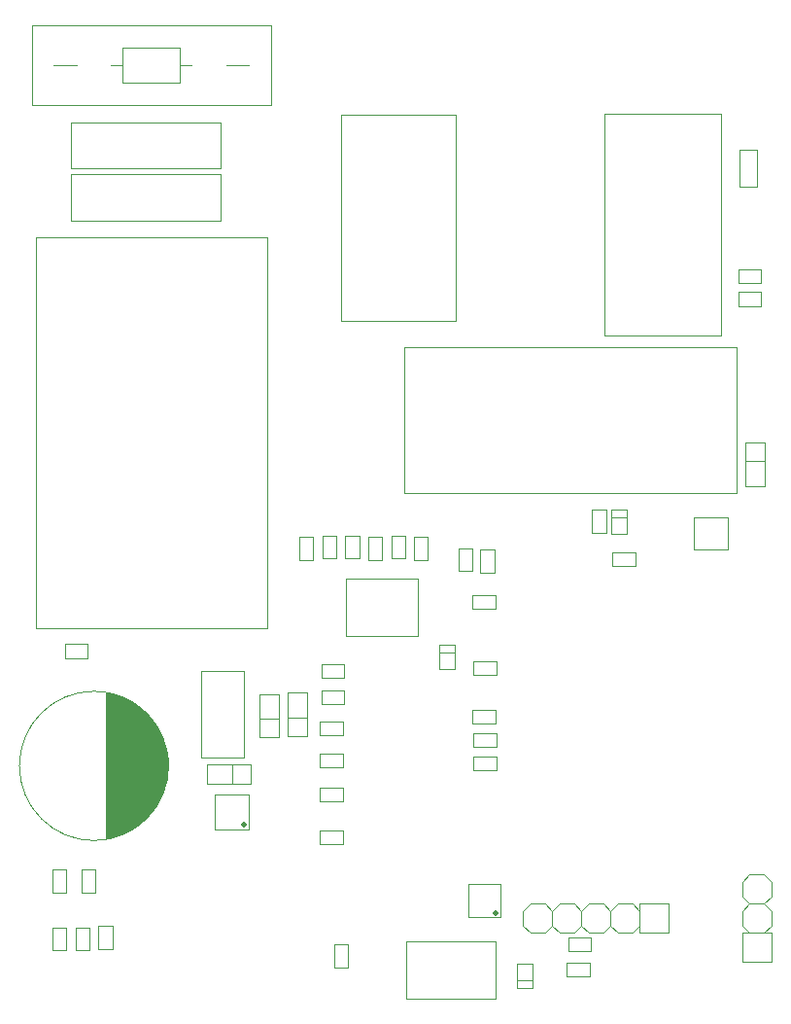
<source format=gm1>
G04 Layer_Color=14360714*
%FSLAX25Y25*%
%MOIN*%
G70*
G01*
G75*
%ADD57C,0.01968*%
%ADD58C,0.00394*%
G36*
X37992Y104921D02*
X42520Y102854D01*
X46457Y100000D01*
X49409Y96949D01*
X52559Y91929D01*
X53839Y88681D01*
X55216Y82776D01*
X54626Y75492D01*
X52953Y70276D01*
X50689Y66437D01*
X47736Y62697D01*
X44783Y60236D01*
X42028Y58465D01*
X39075Y56988D01*
X35433Y55807D01*
X33563Y55512D01*
X33465D01*
Y105905D01*
X37992Y104921D01*
D02*
G37*
D57*
X81102Y60630D02*
D03*
X167323Y30118D02*
D03*
D58*
X55118Y80709D02*
G03*
X55118Y80709I-25591J0D01*
G01*
X107087Y58465D02*
X114957D01*
X107087Y53740D02*
X114957D01*
X107087D02*
Y58465D01*
X114957Y53740D02*
Y58465D01*
X184272Y23543D02*
X186772Y26043D01*
X179272Y23543D02*
X184272D01*
X176772Y26043D02*
X179272Y23543D01*
X176772Y26043D02*
Y31043D01*
X179272Y33543D01*
X184272D01*
X186772Y31043D01*
X194272Y33543D02*
X196772Y31043D01*
X189272Y33543D02*
X194272D01*
X186772Y31043D02*
X189272Y33543D01*
X186772Y26043D02*
Y31043D01*
Y26043D02*
X189272Y23543D01*
X194272D01*
X196772Y26043D01*
X204272Y23543D02*
X206772Y26043D01*
X199272Y23543D02*
X204272D01*
X196772Y26043D02*
X199272Y23543D01*
X196772Y26043D02*
Y31043D01*
X199272Y33543D01*
X204272D01*
X206772Y31043D01*
X216772Y33543D02*
X226772D01*
X214272D02*
X216772Y31043D01*
X209272Y33543D02*
X214272D01*
X206772Y31043D02*
X209272Y33543D01*
X206772Y26043D02*
Y31043D01*
Y26043D02*
X209272Y23543D01*
X214272D01*
X216772Y26043D01*
X226772Y23543D02*
Y33543D01*
X216772Y23543D02*
Y33543D01*
Y23543D02*
X226772D01*
X251890Y13543D02*
Y23543D01*
X261890D01*
X251890Y13543D02*
X261890D01*
X251890Y26043D02*
X254390Y23543D01*
X251890Y26043D02*
Y31043D01*
X254390Y33543D01*
X259390D01*
X261890Y31043D01*
Y26043D02*
Y31043D01*
X259390Y23543D02*
X261890Y26043D01*
Y13543D02*
Y23543D01*
X259390Y33543D02*
X261890Y36043D01*
Y41043D01*
X259390Y43543D02*
X261890Y41043D01*
X254390Y43543D02*
X259390D01*
X251890Y41043D02*
X254390Y43543D01*
X251890Y36043D02*
Y41043D01*
Y36043D02*
X254390Y33543D01*
X147835Y119685D02*
X153150D01*
Y113976D02*
Y122244D01*
X147835Y113976D02*
Y122244D01*
X153150D01*
X147835Y113976D02*
X153150D01*
X159649Y111811D02*
X167520D01*
X159649Y116535D02*
X167520D01*
Y111811D02*
Y116535D01*
X159649Y111811D02*
Y116535D01*
X192129Y17323D02*
X200000D01*
X192129Y22047D02*
X200000D01*
Y17323D02*
Y22047D01*
X192129Y17323D02*
Y22047D01*
X159252Y99803D02*
X167123D01*
X159252Y95079D02*
X167123D01*
X159252D02*
Y99803D01*
X167123Y95079D02*
Y99803D01*
X159649Y87205D02*
X167520D01*
X159649Y91929D02*
X167520D01*
Y87205D02*
Y91929D01*
X159649Y87205D02*
Y91929D01*
X199603Y8465D02*
Y13189D01*
X191732Y8465D02*
Y13189D01*
Y8465D02*
X199603D01*
X191732Y13189D02*
X199603D01*
X174508Y12992D02*
X179823D01*
X174508Y4724D02*
X179823D01*
Y12992D01*
X174508Y4724D02*
Y12992D01*
Y7283D02*
X179823D01*
X96063Y97244D02*
X102756D01*
X102756Y91043D02*
Y105807D01*
X96063Y91043D02*
X102756D01*
X96063D02*
Y105807D01*
X102756D01*
X76968Y74410D02*
Y81102D01*
X68406Y81102D02*
X83170D01*
Y74410D02*
Y81102D01*
X68406Y74410D02*
X83170D01*
X68406D02*
Y81102D01*
X107483Y101969D02*
Y106693D01*
X115354Y101969D02*
Y106693D01*
X107483D02*
X115354D01*
X107483Y101969D02*
X115354D01*
X70867Y59056D02*
X82678D01*
X70867D02*
Y70867D01*
X82678D01*
Y59056D02*
Y70867D01*
X15748Y320866D02*
X23622D01*
X74803D02*
X82677D01*
X35433D02*
X39370D01*
X59055D02*
Y326772D01*
X39370D02*
X59055D01*
X39370Y314961D02*
Y326772D01*
Y314961D02*
X59055D01*
Y320866D01*
X62992D01*
X8268Y307086D02*
X90158D01*
X8268Y334645D02*
X90158D01*
X8268Y307086D02*
Y334645D01*
X90158Y307086D02*
Y334645D01*
X136614Y20472D02*
X167323D01*
X136614Y787D02*
X167323D01*
Y20472D01*
X136614Y787D02*
Y20472D01*
X206988Y165945D02*
X212303D01*
Y160236D02*
Y168504D01*
X206988Y160236D02*
Y168504D01*
X212303D01*
X206988Y160236D02*
X212303D01*
X252854Y185236D02*
X259547D01*
X252854Y176674D02*
Y191437D01*
X259547D01*
Y176674D02*
Y191437D01*
X252854Y176674D02*
X259547D01*
X244764Y228346D02*
Y304330D01*
X204607Y228346D02*
X244764D01*
X204607D02*
Y304330D01*
X244764D01*
X114173Y233170D02*
X153543D01*
Y304035D01*
X114173D02*
X153543D01*
X114173Y233170D02*
Y304035D01*
X21653Y267716D02*
X72834D01*
X21653Y283464D02*
X72834D01*
X21653Y267716D02*
Y283464D01*
X72834Y267716D02*
Y283464D01*
X25197Y37205D02*
Y45076D01*
X29921Y37205D02*
Y45076D01*
X25197Y37205D02*
X29921D01*
X25197Y45076D02*
X29921D01*
X111811Y11614D02*
Y19485D01*
X116535Y11614D02*
Y19485D01*
X111811Y11614D02*
X116535D01*
X111811Y19485D02*
X116535D01*
X15354Y17520D02*
Y25390D01*
X20079Y17520D02*
Y25390D01*
X15354Y17520D02*
X20079D01*
X15354Y25390D02*
X20079D01*
X15354Y37205D02*
Y45076D01*
X20079Y37205D02*
Y45076D01*
X15354Y37205D02*
X20079D01*
X15354Y45076D02*
X20079D01*
X250495Y246161D02*
X258366D01*
X250495Y250886D02*
X258366D01*
Y246161D02*
Y250886D01*
X250495Y246161D02*
Y250886D01*
Y238386D02*
X258366D01*
X250495Y243110D02*
X258366D01*
Y238386D02*
Y243110D01*
X250495Y238386D02*
Y243110D01*
X100000Y151378D02*
Y159249D01*
X104724Y151378D02*
Y159249D01*
X100000Y151378D02*
X104724D01*
X100000Y159249D02*
X104724D01*
X112598Y151775D02*
Y159646D01*
X107874Y151775D02*
Y159646D01*
X112598D01*
X107874Y151775D02*
X112598D01*
X120472D02*
Y159646D01*
X115748Y151775D02*
Y159646D01*
X120472D01*
X115748Y151775D02*
X120472D01*
X162106Y147047D02*
Y154918D01*
X166831Y147047D02*
Y154918D01*
X162106Y147047D02*
X166831D01*
X162106Y154918D02*
X166831D01*
X159252Y147444D02*
Y155315D01*
X154528Y147444D02*
Y155315D01*
X159252D01*
X154528Y147444D02*
X159252D01*
X116043Y144882D02*
X140453D01*
Y125197D02*
Y144882D01*
X116043Y125197D02*
X140453D01*
X116043D02*
Y144882D01*
X31102Y17917D02*
X35827D01*
X31102Y25787D02*
X35827D01*
X31102Y17917D02*
Y25787D01*
X35827Y17917D02*
Y25787D01*
X23228Y25390D02*
X27953D01*
X23228Y17520D02*
X27953D01*
Y25390D01*
X23228Y17520D02*
Y25390D01*
X139370Y159249D02*
X144095D01*
X139370Y151378D02*
X144095D01*
Y159249D01*
X139370Y151378D02*
Y159249D01*
X131496Y151775D02*
X136221D01*
X131496Y159646D02*
X136221D01*
X131496Y151775D02*
Y159646D01*
X136221Y151775D02*
Y159646D01*
X123622Y159249D02*
X128347D01*
X123622Y151378D02*
X128347D01*
Y159249D01*
X123622Y151378D02*
Y159249D01*
X21653Y285432D02*
X72834D01*
X21653Y301180D02*
X72834D01*
X21653Y285432D02*
Y301180D01*
X72834Y285432D02*
Y301180D01*
X159649Y79331D02*
X167520D01*
X159649Y84055D02*
X167520D01*
Y79331D02*
Y84055D01*
X159649Y79331D02*
Y84055D01*
X168897Y28740D02*
Y40158D01*
X157873Y28740D02*
Y40158D01*
X168897D01*
X157873Y28740D02*
X168897D01*
X159252Y139173D02*
X167123D01*
X159252Y134449D02*
X167123D01*
X159252D02*
Y139173D01*
X167123Y134449D02*
Y139173D01*
X235237Y154872D02*
Y165896D01*
Y154872D02*
X247047D01*
Y165896D01*
X235237D02*
X247047D01*
X86221Y96752D02*
X92913D01*
X92913Y90551D02*
Y105315D01*
X86221Y90551D02*
X92913D01*
X86221D02*
Y105315D01*
X92913D01*
X107087Y73228D02*
X114957D01*
X107087Y68504D02*
X114957D01*
X107087D02*
Y73228D01*
X114957Y68504D02*
Y73228D01*
Y80315D02*
Y85039D01*
X107087Y80315D02*
Y85039D01*
Y80315D02*
X114957D01*
X107087Y85039D02*
X114957D01*
Y91142D02*
Y95866D01*
X107087Y91142D02*
Y95866D01*
Y91142D02*
X114957D01*
X107087Y95866D02*
X114957D01*
X107483Y110827D02*
Y115551D01*
X115354Y110827D02*
Y115551D01*
X107483D02*
X115354D01*
X107483Y110827D02*
X115354D01*
X9450Y261810D02*
X88977D01*
X9450Y127952D02*
X88977D01*
X9450D02*
Y261810D01*
X88977Y127952D02*
Y261810D01*
X27359Y117717D02*
Y122441D01*
X19488Y117717D02*
Y122441D01*
Y117717D02*
X27359D01*
X19488Y122441D02*
X27359D01*
X205118Y160633D02*
Y168504D01*
X200394Y160633D02*
Y168504D01*
X205118D01*
X200394Y160633D02*
X205118D01*
X207283Y153937D02*
X215154D01*
X207283Y149213D02*
X215154D01*
X207283D02*
Y153937D01*
X215154Y149213D02*
Y153937D01*
X250886Y279134D02*
Y291732D01*
X256988Y279134D02*
Y291732D01*
X250886Y279134D02*
X256988D01*
X250886Y291732D02*
X256988D01*
X250098Y174311D02*
Y224311D01*
X135925D02*
X250098D01*
X135925Y174311D02*
Y224311D01*
Y174311D02*
X250098D01*
X66142Y83661D02*
Y113189D01*
Y83661D02*
X81102D01*
Y113189D01*
X66142D02*
X81102D01*
M02*

</source>
